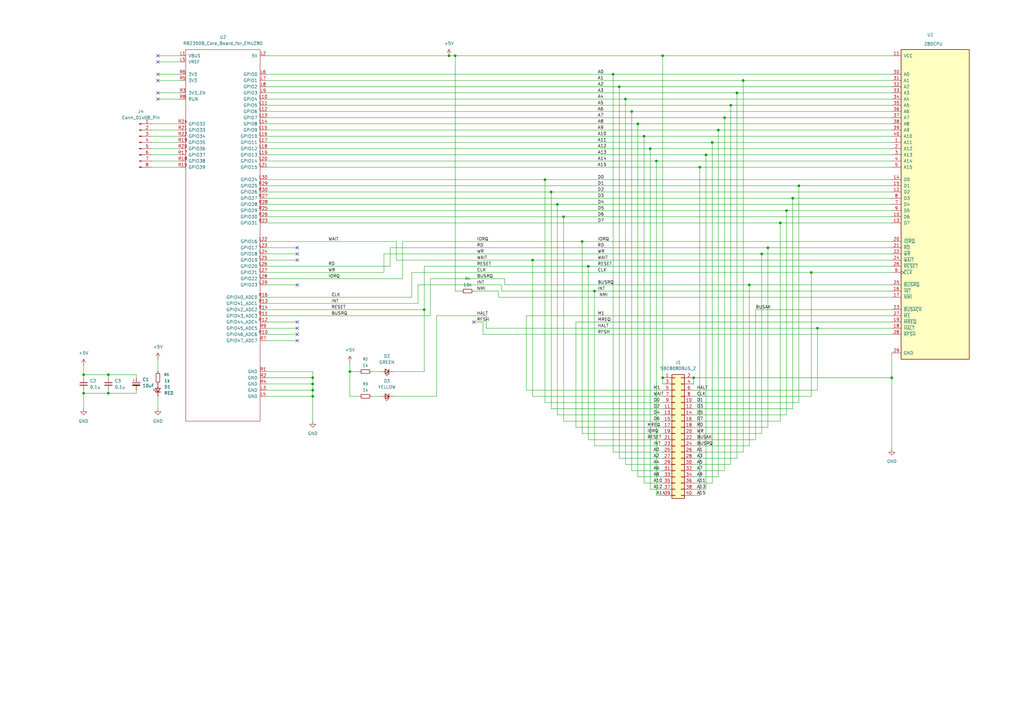
<source format=kicad_sch>
(kicad_sch (version 20250114) (generator "eeschema") (generator_version "9.0")
  (paper "A3")
  (title_block (title "EMUZ80_RP2350B") (rev "0.2"))
  (lib_symbols
    (symbol "Connector:Conn_01x08_Pin" (pin_names (offset 1.016) (hide yes))
      (property "Reference" "J" (at 0 10.16 0))
      (property "Value" "Conn_01x08_Pin" (at 0 -12.7 0))
      (symbol "Conn_01x08_Pin_1_1"
        (rectangle (start 0.8636 7.747) (end 0 7.493) (stroke (width 0.1524)) (fill (type outline)))
        (rectangle (start 0.8636 5.207) (end 0 4.953) (stroke (width 0.1524)) (fill (type outline)))
        (rectangle (start 0.8636 2.667) (end 0 2.413) (stroke (width 0.1524)) (fill (type outline)))
        (rectangle (start 0.8636 0.127) (end 0 -0.127) (stroke (width 0.1524)) (fill (type outline)))
        (rectangle (start 0.8636 -2.413) (end 0 -2.667) (stroke (width 0.1524)) (fill (type outline)))
        (rectangle (start 0.8636 -4.953) (end 0 -5.207) (stroke (width 0.1524)) (fill (type outline)))
        (rectangle (start 0.8636 -7.493) (end 0 -7.747) (stroke (width 0.1524)) (fill (type outline)))
        (rectangle (start 0.8636 -10.033) (end 0 -10.287) (stroke (width 0.1524)) (fill (type outline)))
        (polyline (pts (xy 1.27 7.62) (xy 0.8636 7.62)) (stroke (width 0.1524)))
        (polyline (pts (xy 1.27 5.08) (xy 0.8636 5.08)) (stroke (width 0.1524)))
        (polyline (pts (xy 1.27 2.54) (xy 0.8636 2.54)) (stroke (width 0.1524)))
        (polyline (pts (xy 1.27 0) (xy 0.8636 0)) (stroke (width 0.1524)))
        (polyline (pts (xy 1.27 -2.54) (xy 0.8636 -2.54)) (stroke (width 0.1524)))
        (polyline (pts (xy 1.27 -5.08) (xy 0.8636 -5.08)) (stroke (width 0.1524)))
        (polyline (pts (xy 1.27 -7.62) (xy 0.8636 -7.62)) (stroke (width 0.1524)))
        (polyline (pts (xy 1.27 -10.16) (xy 0.8636 -10.16)) (stroke (width 0.1524)))
        (pin passive line (at 5.08 7.62 180) (length 3.81) (name "Pin_1") (number "1"))
        (pin passive line (at 5.08 5.08 180) (length 3.81) (name "Pin_2") (number "2"))
        (pin passive line (at 5.08 2.54 180) (length 3.81) (name "Pin_3") (number "3"))
        (pin passive line (at 5.08 0 180) (length 3.81) (name "Pin_4") (number "4"))
        (pin passive line (at 5.08 -2.54 180) (length 3.81) (name "Pin_5") (number "5"))
        (pin passive line (at 5.08 -5.08 180) (length 3.81) (name "Pin_6") (number "6"))
        (pin passive line (at 5.08 -7.62 180) (length 3.81) (name "Pin_7") (number "7"))
        (pin passive line (at 5.08 -10.16 180) (length 3.81) (name "Pin_8") (number "8"))
      )
    )
    (symbol "Device:C_Polarized_Small" (pin_numbers (hide yes)) (pin_names (offset 0.254) (hide yes))
      (property "Reference" "C" (at 0.254 1.778 0))
      (property "Value" "C_Polarized_Small" (at 0.254 -2.032 0))
      (symbol "C_Polarized_Small_0_1"
        (rectangle (start -1.524 0.6858) (end 1.524 0.3048))
        (rectangle (start -1.524 -0.3048) (end 1.524 -0.6858) (fill (type outline)))
        (polyline (pts (xy -1.27 1.524) (xy -0.762 1.524)))
        (polyline (pts (xy -1.016 1.27) (xy -1.016 1.778)))
      )
      (symbol "C_Polarized_Small_1_1"
        (pin passive line (at 0 2.54 270) (length 1.8542) (name "~") (number "1"))
        (pin passive line (at 0 -2.54 90) (length 1.8542) (name "~") (number "2"))
      )
    )
    (symbol "Device:C_Small" (pin_numbers (hide yes)) (pin_names (offset 0.254) (hide yes))
      (property "Reference" "C" (at 0.254 1.778 0))
      (property "Value" "C_Small" (at 0.254 -2.032 0))
      (symbol "C_Small_0_1"
        (polyline (pts (xy -1.524 0.508) (xy 1.524 0.508)) (stroke (width 0.3048)))
        (polyline (pts (xy -1.524 -0.508) (xy 1.524 -0.508)) (stroke (width 0.3302)))
      )
      (symbol "C_Small_1_1"
        (pin passive line (at 0 2.54 270) (length 2.032) (name "~") (number "1"))
        (pin passive line (at 0 -2.54 90) (length 2.032) (name "~") (number "2"))
      )
    )
    (symbol "local:LED_Small" (pin_numbers (hide yes)) (pin_names (offset 0.254) (hide yes))
      (property "Reference" "D" (at -1.27 3.175 0))
      (property "Value" "LED_Small" (at -4.445 -2.54 0))
      (symbol "LED_Small_0_1"
        (polyline (pts (xy -0.762 -1.016) (xy -0.762 1.016)) (stroke (width 0.254)))
        (polyline (pts (xy 0 0.762) (xy -0.508 1.27) (xy -0.254 1.27) (xy -0.508 1.27) (xy -0.508 1.016)))
        (polyline (pts (xy 0.508 1.27) (xy 0 1.778) (xy 0.254 1.778) (xy 0 1.778) (xy 0 1.524)))
        (polyline (pts (xy 0.762 -1.016) (xy -0.762 0) (xy 0.762 1.016) (xy 0.762 -1.016)) (stroke (width 0.254)))
        (polyline (pts (xy 1.016 0) (xy -0.762 0)))
      )
      (symbol "LED_Small_1_1"
        (pin passive line (at -2.54 0 0) (length 1.778) (name "K") (number "1"))
        (pin passive line (at 2.54 0 180) (length 1.778) (name "A") (number "2"))
      )
    )
    (symbol "local:RB2350B_Core_Board_for_EMUZ80" (pin_names (offset 1.016))
      (property "Reference" "U" (at -1.27 77.47 0))
      (property "Value" "RB2350B_Core_Board_for_EMUZ80" (at 7.62 69.85 0))
      (symbol "RB2350B_Core_Board_for_EMUZ80_0_1"
        (rectangle (start -15.24 76.2) (end 15.24 -76.2))
      )
      (symbol "RB2350B_Core_Board_for_EMUZ80_1_1"
        (pin power_out line (at -17.78 73.66 0) (length 2.54) (name "VBUS") (number "L1"))
        (pin input line (at -17.78 71.12 0) (length 2.54) (name "VREF") (number "L5"))
        (pin power_out line (at -17.78 66.04 0) (length 2.54) (name "3V3") (number "R6"))
        (pin power_out line (at -17.78 63.5 0) (length 2.54) (name "3V3") (number "R5"))
        (pin input line (at -17.78 58.42 0) (length 2.54) (name "3V3_EN") (number "R3"))
        (pin bidirectional line (at -17.78 55.88 0) (length 2.54) (name "RUN") (number "R8"))
        (pin bidirectional line (at -17.78 45.72 0) (length 2.54) (name "GPIO32") (number "R24"))
        (pin bidirectional line (at -17.78 43.18 0) (length 2.54) (name "GPIO33") (number "R21"))
        (pin bidirectional line (at -17.78 40.64 0) (length 2.54) (name "GPIO34") (number "R22"))
        (pin bidirectional line (at -17.78 38.1 0) (length 2.54) (name "GPIO35") (number "R19"))
        (pin bidirectional line (at -17.78 35.56 0) (length 2.54) (name "GPIO36") (number "R20"))
        (pin bidirectional line (at -17.78 33.02 0) (length 2.54) (name "GPIO37") (number "R17"))
        (pin bidirectional line (at -17.78 30.48 0) (length 2.54) (name "GPIO38") (number "R18"))
        (pin bidirectional line (at -17.78 27.94 0) (length 2.54) (name "GPIO39") (number "R15"))
        (pin power_out line (at 17.78 73.66 180) (length 2.54) (name "5V") (number "L2"))
        (pin bidirectional line (at 17.78 66.04 180) (length 2.54) (name "GPIO0") (number "L6"))
        (pin bidirectional line (at 17.78 63.5 180) (length 2.54) (name "GPIO1") (number "L7"))
        (pin bidirectional line (at 17.78 60.96 180) (length 2.54) (name "GPIO2") (number "L8"))
        (pin bidirectional line (at 17.78 58.42 180) (length 2.54) (name "GPIO3") (number "L9"))
        (pin bidirectional line (at 17.78 55.88 180) (length 2.54) (name "GPIO4") (number "L10"))
        (pin bidirectional line (at 17.78 53.34 180) (length 2.54) (name "GPIO5") (number "L11"))
        (pin bidirectional line (at 17.78 50.8 180) (length 2.54) (name "GPIO6") (number "L12"))
        (pin bidirectional line (at 17.78 48.26 180) (length 2.54) (name "GPIO7") (number "L13"))
        (pin bidirectional line (at 17.78 45.72 180) (length 2.54) (name "GPIO8") (number "L14"))
        (pin bidirectional line (at 17.78 43.18 180) (length 2.54) (name "GPIO9") (number "L15"))
        (pin bidirectional line (at 17.78 40.64 180) (length 2.54) (name "GPIO10") (number "L16"))
        (pin bidirectional line (at 17.78 38.1 180) (length 2.54) (name "GPIO11") (number "L17"))
        (pin bidirectional line (at 17.78 35.56 180) (length 2.54) (name "GPIO12") (number "L18"))
        (pin bidirectional line (at 17.78 33.02 180) (length 2.54) (name "GPIO13") (number "L19"))
        (pin bidirectional line (at 17.78 30.48 180) (length 2.54) (name "GPIO14") (number "L20"))
        (pin bidirectional line (at 17.78 27.94 180) (length 2.54) (name "GPIO15") (number "L21"))
        (pin bidirectional line (at 17.78 22.86 180) (length 2.54) (name "GPIO24") (number "L30"))
        (pin bidirectional line (at 17.78 20.32 180) (length 2.54) (name "GPIO25") (number "R29"))
        (pin bidirectional line (at 17.78 17.78 180) (length 2.54) (name "GPIO26") (number "R30"))
        (pin bidirectional line (at 17.78 15.24 180) (length 2.54) (name "GPIO27") (number "R27"))
        (pin bidirectional line (at 17.78 12.7 180) (length 2.54) (name "GPIO28") (number "R28"))
        (pin bidirectional line (at 17.78 10.16 180) (length 2.54) (name "GPIO29") (number "R25"))
        (pin bidirectional line (at 17.78 7.62 180) (length 2.54) (name "GPIO30") (number "R26"))
        (pin bidirectional line (at 17.78 5.08 180) (length 2.54) (name "GPIO31") (number "R23"))
        (pin bidirectional line (at 17.78 -2.54 180) (length 2.54) (name "GPIO16") (number "L22"))
        (pin bidirectional line (at 17.78 -5.08 180) (length 2.54) (name "GPIO17") (number "L23"))
        (pin bidirectional line (at 17.78 -7.62 180) (length 2.54) (name "GPIO18") (number "L24"))
        (pin bidirectional line (at 17.78 -10.16 180) (length 2.54) (name "GPIO19") (number "L25"))
        (pin bidirectional line (at 17.78 -12.7 180) (length 2.54) (name "GPIO20") (number "L26"))
        (pin bidirectional line (at 17.78 -15.24 180) (length 2.54) (name "GPIO21") (number "L27"))
        (pin bidirectional line (at 17.78 -17.78 180) (length 2.54) (name "GPIO22") (number "L28"))
        (pin bidirectional line (at 17.78 -20.32 180) (length 2.54) (name "GPIO23") (number "L29"))
        (pin bidirectional line (at 17.78 -25.4 180) (length 2.54) (name "GPIO40_ADC0") (number "R16"))
        (pin bidirectional line (at 17.78 -27.94 180) (length 2.54) (name "GPIO41_ADC1") (number "R13"))
        (pin bidirectional line (at 17.78 -30.48 180) (length 2.54) (name "GPIO42_ADC2") (number "R14"))
        (pin bidirectional line (at 17.78 -33.02 180) (length 2.54) (name "GPIO43_ADC3") (number "R11"))
        (pin bidirectional line (at 17.78 -35.56 180) (length 2.54) (name "GPIO44_ADC4") (number "R12"))
        (pin bidirectional line (at 17.78 -38.1 180) (length 2.54) (name "GPIO45_ADC5") (number "R9"))
        (pin bidirectional line (at 17.78 -40.64 180) (length 2.54) (name "GPIO46_ADC6") (number "R10"))
        (pin bidirectional line (at 17.78 -43.18 180) (length 2.54) (name "GPIO47_ADC7") (number "R7"))
        (pin power_in line (at 17.78 -55.88 180) (length 2.54) (name "GND") (number "R1"))
        (pin power_in line (at 17.78 -58.42 180) (length 2.54) (name "GND") (number "R2"))
        (pin power_in line (at 17.78 -60.96 180) (length 2.54) (name "GND") (number "R4"))
        (pin power_out line (at 17.78 -63.5 180) (length 2.54) (name "GND") (number "L3"))
        (pin power_in line (at 17.78 -66.04 180) (length 2.54) (name "GND") (number "L4"))
      )
    )
    (symbol "local:R_Small" (pin_numbers (hide yes)) (pin_names (offset 0.254) (hide yes))
      (property "Reference" "R" (at 0 0 90))
      (property "Value" "R_Small" (at 1.778 0 90))
      (symbol "R_Small_0_1"
        (rectangle (start -0.762 1.778) (end 0.762 -1.778) (stroke (width 0.2032)))
      )
      (symbol "R_Small_1_1"
        (pin passive line (at 0 2.54 270) (length 0.762) (name "~") (number "1"))
        (pin passive line (at 0 -2.54 90) (length 0.762) (name "~") (number "2"))
      )
    )
    (symbol "local:SBC8080BUS_2" (pin_names (offset 1.016) (hide yes))
      (property "Reference" "J" (at 1.27 25.4 0))
      (property "Value" "SBC8080BUS_2" (at 1.27 -27.94 0))
      (symbol "SBC8080BUS_2_1_1"
        (rectangle (start -1.27 24.13) (end 3.81 -26.67) (stroke (width 0.254)) (fill (type background)))
        (rectangle (start -1.27 22.987) (end 0 22.733) (stroke (width 0.1524)))
        (rectangle (start -1.27 20.447) (end 0 20.193) (stroke (width 0.1524)))
        (rectangle (start -1.27 17.907) (end 0 17.653) (stroke (width 0.1524)))
        (rectangle (start -1.27 15.367) (end 0 15.113) (stroke (width 0.1524)))
        (rectangle (start -1.27 12.827) (end 0 12.573) (stroke (width 0.1524)))
        (rectangle (start -1.27 10.287) (end 0 10.033) (stroke (width 0.1524)))
        (rectangle (start -1.27 7.747) (end 0 7.493) (stroke (width 0.1524)))
        (rectangle (start -1.27 5.207) (end 0 4.953) (stroke (width 0.1524)))
        (rectangle (start -1.27 2.667) (end 0 2.413) (stroke (width 0.1524)))
        (rectangle (start -1.27 0.127) (end 0 -0.127) (stroke (width 0.1524)))
        (rectangle (start -1.27 -2.413) (end 0 -2.667) (stroke (width 0.1524)))
        (rectangle (start -1.27 -4.953) (end 0 -5.207) (stroke (width 0.1524)))
        (rectangle (start -1.27 -7.493) (end 0 -7.747) (stroke (width 0.1524)))
        (rectangle (start -1.27 -10.033) (end 0 -10.287) (stroke (width 0.1524)))
        (rectangle (start -1.27 -12.573) (end 0 -12.827) (stroke (width 0.1524)))
        (rectangle (start -1.27 -15.113) (end 0 -15.367) (stroke (width 0.1524)))
        (rectangle (start -1.27 -17.653) (end 0 -17.907) (stroke (width 0.1524)))
        (rectangle (start -1.27 -20.193) (end 0 -20.447) (stroke (width 0.1524)))
        (rectangle (start -1.27 -22.733) (end 0 -22.987) (stroke (width 0.1524)))
        (rectangle (start -1.27 -25.273) (end 0 -25.527) (stroke (width 0.1524)))
        (rectangle (start 3.81 22.987) (end 2.54 22.733) (stroke (width 0.1524)))
        (rectangle (start 3.81 20.447) (end 2.54 20.193) (stroke (width 0.1524)))
        (rectangle (start 3.81 17.907) (end 2.54 17.653) (stroke (width 0.1524)))
        (rectangle (start 3.81 15.367) (end 2.54 15.113) (stroke (width 0.1524)))
        (rectangle (start 3.81 12.827) (end 2.54 12.573) (stroke (width 0.1524)))
        (rectangle (start 3.81 10.287) (end 2.54 10.033) (stroke (width 0.1524)))
        (rectangle (start 3.81 7.747) (end 2.54 7.493) (stroke (width 0.1524)))
        (rectangle (start 3.81 5.207) (end 2.54 4.953) (stroke (width 0.1524)))
        (rectangle (start 3.81 2.667) (end 2.54 2.413) (stroke (width 0.1524)))
        (rectangle (start 3.81 0.127) (end 2.54 -0.127) (stroke (width 0.1524)))
        (rectangle (start 3.81 -2.413) (end 2.54 -2.667) (stroke (width 0.1524)))
        (rectangle (start 3.81 -4.953) (end 2.54 -5.207) (stroke (width 0.1524)))
        (rectangle (start 3.81 -7.493) (end 2.54 -7.747) (stroke (width 0.1524)))
        (rectangle (start 3.81 -10.033) (end 2.54 -10.287) (stroke (width 0.1524)))
        (rectangle (start 3.81 -12.573) (end 2.54 -12.827) (stroke (width 0.1524)))
        (rectangle (start 3.81 -15.113) (end 2.54 -15.367) (stroke (width 0.1524)))
        (rectangle (start 3.81 -17.653) (end 2.54 -17.907) (stroke (width 0.1524)))
        (rectangle (start 3.81 -20.193) (end 2.54 -20.447) (stroke (width 0.1524)))
        (rectangle (start 3.81 -22.733) (end 2.54 -22.987) (stroke (width 0.1524)))
        (rectangle (start 3.81 -25.273) (end 2.54 -25.527) (stroke (width 0.1524)))
        (pin power_in line (at -5.08 22.86 0) (length 3.81) (name "5V") (number "1"))
        (pin power_in line (at -5.08 20.32 0) (length 3.81) (name "5V") (number "3"))
        (pin input line (at -5.08 17.78 0) (length 3.81) (name "M1") (number "5"))
        (pin input line (at -5.08 15.24 0) (length 3.81) (name "WAIT") (number "7"))
        (pin bidirectional line (at -5.08 12.7 0) (length 3.81) (name "D0") (number "9"))
        (pin bidirectional line (at -5.08 10.16 0) (length 3.81) (name "D2") (number "11"))
        (pin bidirectional line (at -5.08 7.62 0) (length 3.81) (name "D4") (number "13"))
        (pin bidirectional line (at -5.08 5.08 0) (length 3.81) (name "D6") (number "15"))
        (pin input line (at -5.08 2.54 0) (length 3.81) (name "MREQ") (number "17"))
        (pin input line (at -5.08 0 0) (length 3.81) (name "IORQ") (number "19"))
        (pin input line (at -5.08 -2.54 0) (length 3.81) (name "RESET") (number "21"))
        (pin input line (at -5.08 -5.08 0) (length 3.81) (name "INT") (number "23"))
        (pin bidirectional line (at -5.08 -7.62 0) (length 3.81) (name "A0") (number "25"))
        (pin bidirectional line (at -5.08 -10.16 0) (length 3.81) (name "A2") (number "27"))
        (pin bidirectional line (at -5.08 -12.7 0) (length 3.81) (name "A4") (number "29"))
        (pin bidirectional line (at -5.08 -15.24 0) (length 3.81) (name "A6") (number "31"))
        (pin bidirectional line (at -5.08 -17.78 0) (length 3.81) (name "A8") (number "33"))
        (pin bidirectional line (at -5.08 -20.32 0) (length 3.81) (name "A10") (number "35"))
        (pin bidirectional line (at -5.08 -22.86 0) (length 3.81) (name "A12") (number "37"))
        (pin bidirectional line (at -5.08 -25.4 0) (length 3.81) (name "A14") (number "39"))
        (pin power_in line (at 7.62 22.86 180) (length 3.81) (name "GND") (number "2"))
        (pin power_in line (at 7.62 20.32 180) (length 3.81) (name "GND") (number "4"))
        (pin input line (at 7.62 17.78 180) (length 3.81) (name "NC") (number "6"))
        (pin input line (at 7.62 15.24 180) (length 3.81) (name "CLK") (number "8"))
        (pin bidirectional line (at 7.62 12.7 180) (length 3.81) (name "D1") (number "10"))
        (pin bidirectional line (at 7.62 10.16 180) (length 3.81) (name "D3") (number "12"))
        (pin bidirectional line (at 7.62 7.62 180) (length 3.81) (name "D5") (number "14"))
        (pin bidirectional line (at 7.62 5.08 180) (length 3.81) (name "D7") (number "16"))
        (pin input line (at 7.62 2.54 180) (length 3.81) (name "RD") (number "18"))
        (pin input line (at 7.62 0 180) (length 3.81) (name "WR") (number "20"))
        (pin input line (at 7.62 -2.54 180) (length 3.81) (name "BUSAK") (number "22"))
        (pin input line (at 7.62 -5.08 180) (length 3.81) (name "BUSRQ") (number "24"))
        (pin bidirectional line (at 7.62 -7.62 180) (length 3.81) (name "A1") (number "26"))
        (pin bidirectional line (at 7.62 -10.16 180) (length 3.81) (name "A3") (number "28"))
        (pin bidirectional line (at 7.62 -12.7 180) (length 3.81) (name "A5") (number "30"))
        (pin bidirectional line (at 7.62 -15.24 180) (length 3.81) (name "A7") (number "32"))
        (pin bidirectional line (at 7.62 -17.78 180) (length 3.81) (name "A9") (number "34"))
        (pin bidirectional line (at 7.62 -20.32 180) (length 3.81) (name "A11") (number "36"))
        (pin bidirectional line (at 7.62 -22.86 180) (length 3.81) (name "A13") (number "38"))
        (pin bidirectional line (at 7.62 -25.4 180) (length 3.81) (name "A15") (number "40"))
      )
    )
    (symbol "local:Z80CPU_OneSide" (pin_names (offset 1.016))
      (property "Reference" "U" (at 4.064 57.912 0))
      (property "Value" "Z80CPU" (at 2.54 60.96 0))
      (symbol "Z80CPU_OneSide_0_1"
        (rectangle (start -13.97 63.5) (end 13.97 -63.5) (stroke (width 0.254)) (fill (type background)))
      )
      (symbol "Z80CPU_OneSide_1_1"
        (pin power_in line (at -17.78 60.96 0) (length 3.81) (name "VCC") (number "11"))
        (pin output line (at -17.78 53.34 0) (length 3.81) (name "A0") (number "30"))
        (pin output line (at -17.78 50.8 0) (length 3.81) (name "A1") (number "31"))
        (pin output line (at -17.78 48.26 0) (length 3.81) (name "A2") (number "32"))
        (pin output line (at -17.78 45.72 0) (length 3.81) (name "A3") (number "33"))
        (pin output line (at -17.78 43.18 0) (length 3.81) (name "A4") (number "34"))
        (pin output line (at -17.78 40.64 0) (length 3.81) (name "A5") (number "35"))
        (pin output line (at -17.78 38.1 0) (length 3.81) (name "A6") (number "36"))
        (pin output line (at -17.78 35.56 0) (length 3.81) (name "A7") (number "37"))
        (pin output line (at -17.78 33.02 0) (length 3.81) (name "A8") (number "38"))
        (pin output line (at -17.78 30.48 0) (length 3.81) (name "A9") (number "39"))
        (pin output line (at -17.78 27.94 0) (length 3.81) (name "A10") (number "40"))
        (pin output line (at -17.78 25.4 0) (length 3.81) (name "A11") (number "1"))
        (pin output line (at -17.78 22.86 0) (length 3.81) (name "A12") (number "2"))
        (pin output line (at -17.78 20.32 0) (length 3.81) (name "A13") (number "3"))
        (pin output line (at -17.78 17.78 0) (length 3.81) (name "A14") (number "4"))
        (pin output line (at -17.78 15.24 0) (length 3.81) (name "A15") (number "5"))
        (pin bidirectional line (at -17.78 10.16 0) (length 3.81) (name "D0") (number "14"))
        (pin bidirectional line (at -17.78 7.62 0) (length 3.81) (name "D1") (number "15"))
        (pin bidirectional line (at -17.78 5.08 0) (length 3.81) (name "D2") (number "12"))
        (pin bidirectional line (at -17.78 2.54 0) (length 3.81) (name "D3") (number "8"))
        (pin bidirectional line (at -17.78 0 0) (length 3.81) (name "D4") (number "7"))
        (pin bidirectional line (at -17.78 -2.54 0) (length 3.81) (name "D5") (number "9"))
        (pin bidirectional line (at -17.78 -5.08 0) (length 3.81) (name "D6") (number "10"))
        (pin bidirectional line (at -17.78 -7.62 0) (length 3.81) (name "D7") (number "13"))
        (pin output line (at -17.78 -15.24 0) (length 3.81) (name "~{IORQ}") (number "20"))
        (pin output line (at -17.78 -17.78 0) (length 3.81) (name "~{RD}") (number "21"))
        (pin output line (at -17.78 -20.32 0) (length 3.81) (name "~{WR}") (number "22"))
        (pin input line (at -17.78 -22.86 0) (length 3.81) (name "~{WAIT}") (number "24"))
        (pin input line (at -17.78 -25.4 0) (length 3.81) (name "~{RESET}") (number "26"))
        (pin input clock (at -17.78 -27.94 0) (length 3.81) (name "~{CLK}") (number "6"))
        (pin input line (at -17.78 -33.02 0) (length 3.81) (name "~{BUSRQ}") (number "25"))
        (pin input line (at -17.78 -35.56 0) (length 3.81) (name "~{INT}") (number "16"))
        (pin input line (at -17.78 -38.1 0) (length 3.81) (name "~{NMI}") (number "17"))
        (pin output line (at -17.78 -43.18 0) (length 3.81) (name "~{BUSACK}") (number "23"))
        (pin output line (at -17.78 -45.72 0) (length 3.81) (name "~{M1}") (number "27"))
        (pin output line (at -17.78 -48.26 0) (length 3.81) (name "~{MREQ}") (number "19"))
        (pin output line (at -17.78 -50.8 0) (length 3.81) (name "~{HALT}") (number "18"))
        (pin output line (at -17.78 -53.34 0) (length 3.81) (name "~{RFSH}") (number "28"))
        (pin power_in line (at -17.78 -60.96 0) (length 3.81) (name "GND") (number "29"))
      )
    )
    (symbol "power:+5V" (power) (pin_numbers (hide yes)) (pin_names (offset 0) (hide yes))
      (property "Value" "+5V" (at 0 3.556 0))
      (symbol "+5V_0_1"
        (polyline (pts (xy -0.762 1.27) (xy 0 2.54)))
        (polyline (pts (xy 0 2.54) (xy 0.762 1.27)))
        (polyline (pts (xy 0 0) (xy 0 2.54)))
      )
      (symbol "+5V_1_1"
        (pin power_in line (at 0 0 90) (length 0) (name "~") (number "1"))
      )
    )
    (symbol "power:GND" (power) (pin_numbers (hide yes)) (pin_names (offset 0) (hide yes))
      (property "Value" "GND" (at 0 -3.81 0))
      (symbol "GND_0_1"
        (polyline (pts (xy 0 0) (xy 0 -1.27) (xy 1.27 -1.27) (xy 0 -2.54) (xy -1.27 -1.27) (xy 0 -1.27)))
      )
      (symbol "GND_1_1"
        (pin power_in line (at 0 0 270) (length 0) (name "~") (number "1"))
      )
    )
  )
  (junction (at 284.48 154.94))
  (junction (at 271.78 154.94))
  (junction (at 304.8 33.02))
  (junction (at 186.69 22.86))
  (junction (at 184.15 22.86))
  (junction (at 254 35.56))
  (junction (at 223.52 73.66))
  (junction (at 231.14 88.9))
  (junction (at 322.58 86.36))
  (junction (at 292.1 58.42))
  (junction (at 325.12 81.28))
  (junction (at 238.76 99.06))
  (junction (at 266.7 60.96))
  (junction (at 243.84 119.38))
  (junction (at 302.26 38.1))
  (junction (at 251.46 30.48))
  (junction (at 241.3 109.22))
  (junction (at 271.78 22.86))
  (junction (at 312.42 104.14))
  (junction (at 299.72 43.18))
  (junction (at 307.34 116.84))
  (junction (at 173.99 127))
  (junction (at 256.54 40.64))
  (junction (at 143.51 152.4))
  (junction (at 327.66 76.2))
  (junction (at 128.27 157.48))
  (junction (at 335.28 134.62))
  (junction (at 314.96 101.6))
  (junction (at 218.44 106.68))
  (junction (at 228.6 83.82))
  (junction (at 287.02 68.58))
  (junction (at 261.62 50.8))
  (junction (at 226.06 78.74))
  (junction (at 128.27 162.56))
  (junction (at 297.18 48.26))
  (junction (at 128.27 154.94))
  (junction (at 34.29 153.67))
  (junction (at 128.27 160.02))
  (junction (at 259.08 45.72))
  (junction (at 365.76 154.94))
  (junction (at 44.45 161.29))
  (junction (at 44.45 153.67))
  (junction (at 289.56 63.5))
  (junction (at 332.74 111.76))
  (junction (at 34.29 161.29))
  (junction (at 320.04 91.44))
  (junction (at 264.16 55.88))
  (junction (at 269.24 66.04))
  (junction (at 294.64 53.34))
  (no_connect (at 121.92 104.14))
  (no_connect (at 121.92 106.68))
  (no_connect (at 121.92 139.7))
  (no_connect (at 121.92 101.6))
  (no_connect (at 64.77 22.86))
  (no_connect (at 121.92 137.16))
  (no_connect (at 64.77 38.1))
  (no_connect (at 64.77 30.48))
  (no_connect (at 64.77 40.64))
  (no_connect (at 121.92 132.08))
  (no_connect (at 64.77 33.02))
  (no_connect (at 64.77 25.4))
  (no_connect (at 121.92 134.62))
  (no_connect (at 194.31 132.08))
  (no_connect (at 121.92 116.84))
  (wire (pts (xy 109.22 88.9) (xy 231.14 88.9)))
  (wire (pts (xy 297.18 48.26) (xy 365.76 48.26)))
  (wire (pts (xy 269.24 66.04) (xy 365.76 66.04)))
  (wire (pts (xy 128.27 157.48) (xy 128.27 154.94)))
  (wire (pts (xy 307.34 116.84) (xy 365.76 116.84)))
  (wire (pts (xy 165.1 114.3) (xy 165.1 99.06)))
  (wire (pts (xy 64.77 30.48) (xy 73.66 30.48)))
  (wire (pts (xy 266.7 60.96) (xy 365.76 60.96)))
  (wire (pts (xy 269.24 203.2) (xy 269.24 66.04)))
  (wire (pts (xy 128.27 152.4) (xy 128.27 154.94)))
  (wire (pts (xy 218.44 162.56) (xy 218.44 106.68)))
  (wire (pts (xy 223.52 73.66) (xy 365.76 73.66)))
  (wire (pts (xy 284.48 193.04) (xy 297.18 193.04)))
  (wire (pts (xy 64.77 162.56) (xy 64.77 167.64)))
  (wire (pts (xy 284.48 182.88) (xy 307.34 182.88)))
  (wire (pts (xy 266.7 200.66) (xy 271.78 200.66)))
  (wire (pts (xy 109.22 91.44) (xy 320.04 91.44)))
  (wire (pts (xy 207.01 114.3) (xy 207.01 116.84)))
  (wire (pts (xy 256.54 40.64) (xy 365.76 40.64)))
  (wire (pts (xy 271.78 22.86) (xy 365.76 22.86)))
  (wire (pts (xy 284.48 175.26) (xy 314.96 175.26)))
  (wire (pts (xy 284.48 200.66) (xy 289.56 200.66)))
  (wire (pts (xy 215.9 129.54) (xy 365.76 129.54)))
  (wire (pts (xy 109.22 106.68) (xy 121.92 106.68)))
  (wire (pts (xy 109.22 76.2) (xy 327.66 76.2)))
  (wire (pts (xy 173.99 152.4) (xy 173.99 127)))
  (wire (pts (xy 307.34 182.88) (xy 307.34 116.84)))
  (wire (pts (xy 256.54 190.5) (xy 271.78 190.5)))
  (wire (pts (xy 62.23 66.04) (xy 73.66 66.04)))
  (wire (pts (xy 365.76 144.78) (xy 365.76 154.94)))
  (wire (pts (xy 226.06 167.64) (xy 226.06 78.74)))
  (wire (pts (xy 284.48 162.56) (xy 332.74 162.56)))
  (wire (pts (xy 109.22 53.34) (xy 294.64 53.34)))
  (wire (pts (xy 109.22 73.66) (xy 223.52 73.66)))
  (wire (pts (xy 243.84 119.38) (xy 365.76 119.38)))
  (wire (pts (xy 251.46 185.42) (xy 251.46 30.48)))
  (wire (pts (xy 186.69 22.86) (xy 271.78 22.86)))
  (wire (pts (xy 261.62 50.8) (xy 365.76 50.8)))
  (wire (pts (xy 241.3 180.34) (xy 271.78 180.34)))
  (wire (pts (xy 302.26 38.1) (xy 365.76 38.1)))
  (wire (pts (xy 109.22 116.84) (xy 121.92 116.84)))
  (wire (pts (xy 259.08 45.72) (xy 365.76 45.72)))
  (wire (pts (xy 314.96 101.6) (xy 365.76 101.6)))
  (wire (pts (xy 194.31 119.38) (xy 204.47 119.38)))
  (wire (pts (xy 284.48 185.42) (xy 304.8 185.42)))
  (wire (pts (xy 109.22 78.74) (xy 226.06 78.74)))
  (wire (pts (xy 261.62 195.58) (xy 261.62 50.8)))
  (wire (pts (xy 44.45 153.67) (xy 55.88 153.67)))
  (wire (pts (xy 109.22 111.76) (xy 157.48 111.76)))
  (wire (pts (xy 218.44 162.56) (xy 271.78 162.56)))
  (wire (pts (xy 271.78 154.94) (xy 271.78 157.48)))
  (wire (pts (xy 176.53 114.3) (xy 207.01 114.3)))
  (wire (pts (xy 143.51 152.4) (xy 143.51 162.56)))
  (wire (pts (xy 199.39 134.62) (xy 335.28 134.62)))
  (wire (pts (xy 320.04 91.44) (xy 365.76 91.44)))
  (wire (pts (xy 176.53 129.54) (xy 176.53 114.3)))
  (wire (pts (xy 109.22 38.1) (xy 302.26 38.1)))
  (wire (pts (xy 109.22 43.18) (xy 299.72 43.18)))
  (wire (pts (xy 109.22 55.88) (xy 264.16 55.88)))
  (wire (pts (xy 231.14 88.9) (xy 365.76 88.9)))
  (wire (pts (xy 304.8 185.42) (xy 304.8 33.02)))
  (wire (pts (xy 238.76 177.8) (xy 271.78 177.8)))
  (wire (pts (xy 259.08 193.04) (xy 259.08 45.72)))
  (wire (pts (xy 335.28 160.02) (xy 335.28 134.62)))
  (wire (pts (xy 109.22 58.42) (xy 292.1 58.42)))
  (wire (pts (xy 161.29 152.4) (xy 173.99 152.4)))
  (wire (pts (xy 109.22 66.04) (xy 269.24 66.04)))
  (wire (pts (xy 335.28 134.62) (xy 365.76 134.62)))
  (wire (pts (xy 284.48 190.5) (xy 299.72 190.5)))
  (wire (pts (xy 143.51 148.59) (xy 143.51 152.4)))
  (wire (pts (xy 109.22 63.5) (xy 289.56 63.5)))
  (wire (pts (xy 173.99 109.22) (xy 241.3 109.22)))
  (wire (pts (xy 109.22 162.56) (xy 128.27 162.56)))
  (wire (pts (xy 109.22 114.3) (xy 165.1 114.3)))
  (wire (pts (xy 284.48 198.12) (xy 292.1 198.12)))
  (wire (pts (xy 204.47 119.38) (xy 204.47 121.92)))
  (wire (pts (xy 299.72 190.5) (xy 299.72 43.18)))
  (wire (pts (xy 284.48 165.1) (xy 327.66 165.1)))
  (wire (pts (xy 314.96 175.26) (xy 314.96 101.6)))
  (wire (pts (xy 143.51 152.4) (xy 147.32 152.4)))
  (wire (pts (xy 128.27 162.56) (xy 128.27 172.72)))
  (wire (pts (xy 109.22 160.02) (xy 128.27 160.02)))
  (wire (pts (xy 251.46 185.42) (xy 271.78 185.42)))
  (wire (pts (xy 186.69 22.86) (xy 186.69 119.38)))
  (wire (pts (xy 109.22 60.96) (xy 266.7 60.96)))
  (wire (pts (xy 109.22 154.94) (xy 128.27 154.94)))
  (wire (pts (xy 284.48 177.8) (xy 312.42 177.8)))
  (wire (pts (xy 236.22 132.08) (xy 365.76 132.08)))
  (wire (pts (xy 109.22 81.28) (xy 325.12 81.28)))
  (wire (pts (xy 34.29 149.86) (xy 34.29 153.67)))
  (wire (pts (xy 236.22 175.26) (xy 236.22 132.08)))
  (wire (pts (xy 109.22 45.72) (xy 259.08 45.72)))
  (wire (pts (xy 64.77 40.64) (xy 73.66 40.64)))
  (wire (pts (xy 289.56 200.66) (xy 289.56 63.5)))
  (wire (pts (xy 44.45 161.29) (xy 55.88 161.29)))
  (wire (pts (xy 205.74 116.84) (xy 205.74 119.38)))
  (wire (pts (xy 264.16 198.12) (xy 264.16 55.88)))
  (wire (pts (xy 198.12 132.08) (xy 198.12 137.16)))
  (wire (pts (xy 243.84 182.88) (xy 243.84 119.38)))
  (wire (pts (xy 243.84 182.88) (xy 271.78 182.88)))
  (wire (pts (xy 109.22 121.92) (xy 168.91 121.92)))
  (wire (pts (xy 179.07 129.54) (xy 199.39 129.54)))
  (wire (pts (xy 294.64 53.34) (xy 365.76 53.34)))
  (wire (pts (xy 287.02 68.58) (xy 365.76 68.58)))
  (wire (pts (xy 228.6 170.18) (xy 271.78 170.18)))
  (wire (pts (xy 251.46 30.48) (xy 365.76 30.48)))
  (wire (pts (xy 284.48 187.96) (xy 302.26 187.96)))
  (wire (pts (xy 241.3 180.34) (xy 241.3 109.22)))
  (wire (pts (xy 64.77 38.1) (xy 73.66 38.1)))
  (wire (pts (xy 160.02 101.6) (xy 314.96 101.6)))
  (wire (pts (xy 215.9 160.02) (xy 215.9 129.54)))
  (wire (pts (xy 152.4 152.4) (xy 156.21 152.4)))
  (wire (pts (xy 109.22 40.64) (xy 256.54 40.64)))
  (wire (pts (xy 284.48 154.94) (xy 365.76 154.94)))
  (wire (pts (xy 128.27 162.56) (xy 128.27 160.02)))
  (wire (pts (xy 264.16 55.88) (xy 365.76 55.88)))
  (wire (pts (xy 128.27 160.02) (xy 128.27 157.48)))
  (wire (pts (xy 109.22 30.48) (xy 251.46 30.48)))
  (wire (pts (xy 226.06 167.64) (xy 271.78 167.64)))
  (wire (pts (xy 238.76 99.06) (xy 365.76 99.06)))
  (wire (pts (xy 223.52 165.1) (xy 271.78 165.1)))
  (wire (pts (xy 218.44 106.68) (xy 365.76 106.68)))
  (wire (pts (xy 109.22 104.14) (xy 121.92 104.14)))
  (wire (pts (xy 184.15 22.86) (xy 186.69 22.86)))
  (wire (pts (xy 62.23 63.5) (xy 73.66 63.5)))
  (wire (pts (xy 62.23 55.88) (xy 73.66 55.88)))
  (wire (pts (xy 322.58 86.36) (xy 365.76 86.36)))
  (wire (pts (xy 109.22 124.46) (xy 171.45 124.46)))
  (wire (pts (xy 312.42 104.14) (xy 365.76 104.14)))
  (wire (pts (xy 109.22 139.7) (xy 121.92 139.7)))
  (wire (pts (xy 309.88 127) (xy 365.76 127)))
  (wire (pts (xy 284.48 157.48) (xy 284.48 154.94)))
  (wire (pts (xy 266.7 200.66) (xy 266.7 60.96)))
  (wire (pts (xy 168.91 121.92) (xy 168.91 111.76)))
  (wire (pts (xy 162.56 106.68) (xy 218.44 106.68)))
  (wire (pts (xy 162.56 99.06) (xy 162.56 106.68)))
  (wire (pts (xy 109.22 157.48) (xy 128.27 157.48)))
  (wire (pts (xy 292.1 198.12) (xy 292.1 58.42)))
  (wire (pts (xy 284.48 170.18) (xy 322.58 170.18)))
  (wire (pts (xy 271.78 160.02) (xy 215.9 160.02)))
  (wire (pts (xy 327.66 76.2) (xy 365.76 76.2)))
  (wire (pts (xy 284.48 172.72) (xy 320.04 172.72)))
  (wire (pts (xy 109.22 33.02) (xy 304.8 33.02)))
  (wire (pts (xy 152.4 162.56) (xy 156.21 162.56)))
  (wire (pts (xy 34.29 153.67) (xy 44.45 153.67)))
  (wire (pts (xy 171.45 124.46) (xy 171.45 116.84)))
  (wire (pts (xy 309.88 180.34) (xy 309.88 127)))
  (wire (pts (xy 226.06 78.74) (xy 365.76 78.74)))
  (wire (pts (xy 228.6 83.82) (xy 365.76 83.82)))
  (wire (pts (xy 231.14 172.72) (xy 271.78 172.72)))
  (wire (pts (xy 109.22 137.16) (xy 121.92 137.16)))
  (wire (pts (xy 205.74 119.38) (xy 243.84 119.38)))
  (wire (pts (xy 241.3 109.22) (xy 365.76 109.22)))
  (wire (pts (xy 312.42 177.8) (xy 312.42 104.14)))
  (wire (pts (xy 109.22 132.08) (xy 121.92 132.08)))
  (wire (pts (xy 109.22 101.6) (xy 121.92 101.6)))
  (wire (pts (xy 157.48 111.76) (xy 157.48 104.14)))
  (wire (pts (xy 147.32 162.56) (xy 143.51 162.56)))
  (wire (pts (xy 292.1 58.42) (xy 365.76 58.42)))
  (wire (pts (xy 62.23 58.42) (xy 73.66 58.42)))
  (wire (pts (xy 325.12 81.28) (xy 365.76 81.28)))
  (wire (pts (xy 109.22 127) (xy 173.99 127)))
  (wire (pts (xy 34.29 161.29) (xy 44.45 161.29)))
  (wire (pts (xy 62.23 50.8) (xy 73.66 50.8)))
  (wire (pts (xy 223.52 165.1) (xy 223.52 73.66)))
  (wire (pts (xy 284.48 180.34) (xy 309.88 180.34)))
  (wire (pts (xy 34.29 153.67) (xy 34.29 154.94)))
  (wire (pts (xy 64.77 22.86) (xy 73.66 22.86)))
  (wire (pts (xy 62.23 60.96) (xy 73.66 60.96)))
  (wire (pts (xy 109.22 86.36) (xy 322.58 86.36)))
  (wire (pts (xy 327.66 165.1) (xy 327.66 76.2)))
  (wire (pts (xy 109.22 35.56) (xy 254 35.56)))
  (wire (pts (xy 204.47 121.92) (xy 365.76 121.92)))
  (wire (pts (xy 109.22 83.82) (xy 228.6 83.82)))
  (wire (pts (xy 264.16 198.12) (xy 271.78 198.12)))
  (wire (pts (xy 198.12 137.16) (xy 365.76 137.16)))
  (wire (pts (xy 34.29 161.29) (xy 34.29 167.64)))
  (wire (pts (xy 64.77 147.32) (xy 64.77 152.4)))
  (wire (pts (xy 254 187.96) (xy 271.78 187.96)))
  (wire (pts (xy 64.77 33.02) (xy 73.66 33.02)))
  (wire (pts (xy 259.08 193.04) (xy 271.78 193.04)))
  (wire (pts (xy 284.48 203.2) (xy 287.02 203.2)))
  (wire (pts (xy 62.23 68.58) (xy 73.66 68.58)))
  (wire (pts (xy 160.02 101.6) (xy 160.02 109.22)))
  (wire (pts (xy 297.18 193.04) (xy 297.18 48.26)))
  (wire (pts (xy 109.22 134.62) (xy 121.92 134.62)))
  (wire (pts (xy 304.8 33.02) (xy 365.76 33.02)))
  (wire (pts (xy 287.02 203.2) (xy 287.02 68.58)))
  (wire (pts (xy 238.76 177.8) (xy 238.76 99.06)))
  (wire (pts (xy 325.12 167.64) (xy 325.12 81.28)))
  (wire (pts (xy 165.1 99.06) (xy 238.76 99.06)))
  (wire (pts (xy 254 187.96) (xy 254 35.56)))
  (wire (pts (xy 189.23 119.38) (xy 186.69 119.38)))
  (wire (pts (xy 173.99 127) (xy 173.99 109.22)))
  (wire (pts (xy 109.22 109.22) (xy 160.02 109.22)))
  (wire (pts (xy 271.78 22.86) (xy 271.78 154.94)))
  (wire (pts (xy 284.48 160.02) (xy 335.28 160.02)))
  (wire (pts (xy 269.24 203.2) (xy 271.78 203.2)))
  (wire (pts (xy 168.91 111.76) (xy 332.74 111.76)))
  (wire (pts (xy 320.04 172.72) (xy 320.04 91.44)))
  (wire (pts (xy 236.22 175.26) (xy 271.78 175.26)))
  (wire (pts (xy 302.26 187.96) (xy 302.26 38.1)))
  (wire (pts (xy 231.14 172.72) (xy 231.14 88.9)))
  (wire (pts (xy 109.22 48.26) (xy 297.18 48.26)))
  (wire (pts (xy 55.88 161.29) (xy 55.88 160.02)))
  (wire (pts (xy 179.07 162.56) (xy 179.07 129.54)))
  (wire (pts (xy 171.45 116.84) (xy 205.74 116.84)))
  (wire (pts (xy 109.22 99.06) (xy 162.56 99.06)))
  (wire (pts (xy 322.58 170.18) (xy 322.58 86.36)))
  (wire (pts (xy 34.29 160.02) (xy 34.29 161.29)))
  (wire (pts (xy 109.22 152.4) (xy 128.27 152.4)))
  (wire (pts (xy 207.01 116.84) (xy 307.34 116.84)))
  (wire (pts (xy 284.48 167.64) (xy 325.12 167.64)))
  (wire (pts (xy 228.6 170.18) (xy 228.6 83.82)))
  (wire (pts (xy 44.45 160.02) (xy 44.45 161.29)))
  (wire (pts (xy 199.39 129.54) (xy 199.39 134.62)))
  (wire (pts (xy 294.64 195.58) (xy 294.64 53.34)))
  (wire (pts (xy 289.56 63.5) (xy 365.76 63.5)))
  (wire (pts (xy 332.74 162.56) (xy 332.74 111.76)))
  (wire (pts (xy 62.23 53.34) (xy 73.66 53.34)))
  (wire (pts (xy 299.72 43.18) (xy 365.76 43.18)))
  (wire (pts (xy 365.76 184.15) (xy 365.76 154.94)))
  (wire (pts (xy 261.62 195.58) (xy 271.78 195.58)))
  (wire (pts (xy 332.74 111.76) (xy 365.76 111.76)))
  (wire (pts (xy 44.45 153.67) (xy 44.45 154.94)))
  (wire (pts (xy 157.48 104.14) (xy 312.42 104.14)))
  (wire (pts (xy 161.29 162.56) (xy 179.07 162.56)))
  (wire (pts (xy 256.54 190.5) (xy 256.54 40.64)))
  (wire (pts (xy 55.88 153.67) (xy 55.88 154.94)))
  (wire (pts (xy 194.31 132.08) (xy 198.12 132.08)))
  (wire (pts (xy 109.22 50.8) (xy 261.62 50.8)))
  (wire (pts (xy 64.77 25.4) (xy 73.66 25.4)))
  (wire (pts (xy 109.22 22.86) (xy 184.15 22.86)))
  (wire (pts (xy 109.22 129.54) (xy 176.53 129.54)))
  (wire (pts (xy 109.22 68.58) (xy 287.02 68.58)))
  (wire (pts (xy 284.48 195.58) (xy 294.64 195.58)))
  (wire (pts (xy 254 35.56) (xy 365.76 35.56)))
  (label "INT" (at 135.89 124.46 0))
  (label "CLK" (at 285.75 162.56 0))
  (label "A4" (at 245.11 40.64 0))
  (label "A7" (at 245.11 48.26 0))
  (label "A11" (at 245.11 58.42 0))
  (label "A9" (at 285.75 195.58 0))
  (label "WR" (at 245.11 104.14 0))
  (label "RESET" (at 265.43 180.34 0))
  (label "D5" (at 245.11 86.36 0))
  (label "WR" (at 285.75 177.8 0))
  (label "RFSH" (at 195.58 132.08 0))
  (label "RD" (at 195.58 101.6 0))
  (label "IORQ" (at 195.58 99.06 0))
  (label "A1" (at 245.11 33.02 0))
  (label "WAIT" (at 195.58 106.68 0))
  (label "D5" (at 285.75 170.18 0))
  (label "RESET" (at 195.58 109.22 0))
  (label "RD" (at 285.75 175.26 0))
  (label "A12" (at 267.97 200.66 0))
  (label "MREQ" (at 245.11 132.08 0))
  (label "A9" (at 245.11 53.34 0))
  (label "A12" (at 245.11 60.96 0))
  (label "A10" (at 245.11 55.88 0))
  (label "A7" (at 285.75 193.04 0))
  (label "D4" (at 245.11 83.82 0))
  (label "WAIT" (at 245.11 106.68 0))
  (label "BUSRQ" (at 135.89 129.54 0))
  (label "A3" (at 245.11 38.1 0))
  (label "INT" (at 245.11 119.38 0))
  (label "D0" (at 267.97 165.1 0))
  (label "CLK" (at 245.11 111.76 0))
  (label "A13" (at 285.75 200.66 0))
  (label "HALT" (at 245.11 134.62 0))
  (label "BUSRQ" (at 195.58 114.3 0))
  (label "A2" (at 267.97 187.96 0))
  (label "M1" (at 245.11 129.54 0))
  (label "BUSRQ" (at 245.11 116.84 0))
  (label "D2" (at 267.97 167.64 0))
  (label "HALT" (at 285.75 160.02 0))
  (label "A1" (at 285.75 185.42 0))
  (label "D0" (at 245.11 73.66 0))
  (label "A10" (at 267.97 198.12 0))
  (label "D1" (at 285.75 165.1 0))
  (label "IORQ" (at 265.43 177.8 0))
  (label "A8" (at 245.11 50.8 0))
  (label "D3" (at 245.11 81.28 0))
  (label "RD" (at 245.11 101.6 0))
  (label "A5" (at 245.11 43.18 0))
  (label "NMI" (at 245.745 121.92 0))
  (label "A5" (at 285.75 190.5 0))
  (label "BUSRQ" (at 285.75 182.88 0))
  (label "A13" (at 245.11 63.5 0))
  (label "A3" (at 285.75 187.96 0))
  (label "A8" (at 267.97 195.58 0))
  (label "INT" (at 267.97 182.88 0))
  (label "A2" (at 245.11 35.56 0))
  (label "D6" (at 245.11 88.9 0))
  (label "NMI" (at 195.58 119.38 0))
  (label "BUSAK" (at 285.75 180.34 0))
  (label "A15" (at 245.11 68.58 0))
  (label "D3" (at 285.75 167.64 0))
  (label "D1" (at 245.11 76.2 0))
  (label "A14" (at 245.11 66.04 0))
  (label "A11" (at 285.75 198.12 0))
  (label "IORQ" (at 245.11 99.06 0))
  (label "M1" (at 267.97 160.02 0))
  (label "HALT" (at 195.58 129.54 0))
  (label "RESET" (at 245.11 109.22 0))
  (label "RFSH" (at 245.11 137.16 0))
  (label "WAIT" (at 134.62 99.06 0))
  (label "A6" (at 267.97 193.04 0))
  (label "A0" (at 267.97 185.42 0))
  (label "CLK" (at 135.89 121.92 0))
  (label "D7" (at 245.11 91.44 0))
  (label "WR" (at 195.58 104.14 0))
  (label "D7" (at 285.75 172.72 0))
  (label "RESET" (at 135.89 127 0))
  (label "MREQ" (at 265.43 175.26 0))
  (label "A6" (at 245.11 45.72 0))
  (label "BUSAK" (at 309.88 127 0))
  (label "D4" (at 267.97 170.18 0))
  (label "INT" (at 195.58 116.84 0))
  (label "RD" (at 134.62 109.22 0))
  (label "A0" (at 245.11 30.48 0))
  (label "WAIT" (at 267.97 162.56 0))
  (label "D6" (at 267.97 172.72 0))
  (label "A14" (at 269.24 203.2 0))
  (label "WR" (at 134.62 111.76 0))
  (label "CLK" (at 195.58 111.76 0))
  (label "IORQ" (at 134.62 114.3 0))
  (label "D2" (at 245.11 78.74 0))
  (label "A15" (at 285.75 203.2 0))
  (label "A4" (at 267.97 190.5 0))
  (symbol (lib_id "local:R_Small") (at 191.77 119.38 90) (unit 1)
    (property "Reference" "R4" (at 191.77 114.3 90) (effects (font (size 1.016 1.016))))
    (property "Value" "10k" (at 191.77 116.84 90))
    (property "Footprint" "local-f:R_Axial_L5.5mm_D2.0mm_P7.62mm_Horizontal" (effects (hide yes)))
    (property "Description" "Resistor, small symbol" (effects (hide yes)))
  )
  (symbol (lib_id "local:LED_Small") (at 158.75 152.4 180) (unit 1)
    (property "Reference" "D2" (at 158.6865 146.05 0))
    (property "Value" "GREEN" (at 158.6865 148.59 0))
    (property "Footprint" "local-f:LED_D3.0mm" (effects (hide yes)))
    (property "Description" "Light emitting diode, small symbol" (effects (hide yes)))
    (property "Sim.Pin" "1=K 2=A" (effects (hide yes)))
  )
  (symbol (lib_id "local:Z80CPU_OneSide") (at 383.54 83.82 0) (unit 1)
    (property "Reference" "U1" (at 380.238 14.224 0) (effects (justify left)))
    (property "Value" "Z80CPU" (at 378.968 18.034 0) (effects (justify left)))
    (property "Footprint" "local-f:DIP-40_SidePin_Z80" (effects (hide yes)))
    (property "Datasheet" "www.zilog.com/manage_directlink.php?filepath=docs/z80/um0080" (effects (hide yes)))
    (property "Description" "8-bit General Purpose Microprocessor, DIP-40" (effects (hide yes)))
  )
  (symbol (lib_id "local:R_Small") (at 149.86 152.4 90) (unit 1)
    (property "Reference" "R2" (at 149.86 147.32 90) (effects (font (size 1.016 1.016))))
    (property "Value" "1k" (at 149.86 149.86 90))
    (property "Footprint" "local-f:R_Axial_L5.5mm_D2.0mm_P7.62mm_Horizontal" (effects (hide yes)))
    (property "Description" "Resistor, small symbol" (effects (hide yes)))
  )
  (symbol (lib_id "local:R_Small") (at 64.77 154.94 0) (unit 1)
    (property "Reference" "R1" (at 67.31 153.6699 0) (effects (font (size 1.016 1.016)) (justify left)))
    (property "Value" "1k" (at 67.31 156.2099 0) (effects (justify left)))
    (property "Footprint" "local-f:R_Axial_L5.5mm_D2.0mm_P7.62mm_Horizontal" (effects (hide yes)))
    (property "Description" "Resistor, small symbol" (effects (hide yes)))
  )
  (symbol (lib_id "power:+5V") (at 34.29 149.86 0) (unit 1)
    (property "Reference" "#PWR08" (effects (hide yes)))
    (property "Value" "+5V" (at 34.29 144.78 0))
    (property "Description" "Power symbol creates a global label with name \"+5V\"" (effects (hide yes)))
  )
  (symbol (lib_id "power:+5V") (at 64.77 147.32 0) (unit 1)
    (property "Reference" "#PWR01" (effects (hide yes)))
    (property "Value" "+5V" (at 64.77 142.24 0))
    (property "Description" "Power symbol creates a global label with name \"+5V\"" (effects (hide yes)))
  )
  (symbol (lib_id "local:RB2350B_Core_Board_for_EMUZ80") (at 91.44 96.52 0) (unit 1)
    (property "Reference" "U2" (at 91.44 15.24 0))
    (property "Value" "RB2350B_Core_Board_for_EMUZ80" (at 91.44 17.78 0))
  )
  (symbol (lib_id "Device:C_Polarized_Small") (at 55.88 157.48 0) (unit 1)
    (property "Reference" "C1" (at 58.42 155.6638 0) (effects (justify left)))
    (property "Value" "10uF" (at 58.42 158.2038 0) (effects (justify left)))
    (property "Footprint" "Capacitor_THT:CP_Radial_D5.0mm_P2.50mm" (effects (hide yes)))
    (property "Description" "Polarized capacitor, small symbol" (effects (hide yes)))
  )
  (symbol (lib_id "local:LED_Small") (at 158.75 162.56 180) (unit 1)
    (property "Reference" "D3" (at 158.6865 156.21 0))
    (property "Value" "YELLOW" (at 158.6865 158.75 0))
    (property "Footprint" "local-f:LED_D3.0mm" (effects (hide yes)))
    (property "Description" "Light emitting diode, small symbol" (effects (hide yes)))
    (property "Sim.Pin" "1=K 2=A" (effects (hide yes)))
  )
  (symbol (lib_id "Device:C_Small") (at 34.29 157.48 0) (unit 1)
    (property "Reference" "C2" (at 36.83 156.2162 0) (effects (justify left)))
    (property "Value" "0.1u" (at 36.83 158.7562 0) (effects (justify left)))
    (property "Footprint" "Capacitor_THT:C_Disc_D3.0mm_W1.6mm_P2.50mm" (effects (hide yes)))
    (property "Description" "Unpolarized capacitor, small symbol" (effects (hide yes)))
  )
  (symbol (lib_id "power:GND") (at 64.77 167.64 0) (unit 1)
    (property "Reference" "#PWR02" (effects (hide yes)))
    (property "Value" "GND" (at 64.77 172.72 0))
    (property "Description" "Power symbol creates a global label with name \"GND\" , ground" (effects (hide yes)))
  )
  (symbol (lib_id "local:LED_Small") (at 64.77 160.02 90) (unit 1)
    (property "Reference" "D1" (at 67.31 158.6864 90) (effects (justify right)))
    (property "Value" "RED" (at 67.31 161.2264 90) (effects (justify right)))
    (property "Footprint" "local-f:LED_D3.0mm" (effects (hide yes)))
    (property "Description" "Light emitting diode, small symbol" (effects (hide yes)))
    (property "Sim.Pin" "1=K 2=A" (effects (hide yes)))
  )
  (symbol (lib_id "power:GND") (at 34.29 167.64 0) (unit 1)
    (property "Reference" "#PWR05" (effects (hide yes)))
    (property "Value" "GND" (at 34.29 172.72 0))
    (property "Description" "Power symbol creates a global label with name \"GND\" , ground" (effects (hide yes)))
  )
  (symbol (lib_id "local:SBC8080BUS_2") (at 276.86 177.8 0) (unit 1)
    (property "Reference" "J1" (at 278.13 148.59 0))
    (property "Value" "SBC8080BUS_2" (at 278.13 151.13 0))
    (property "Footprint" "local-f:PinSocket_2x20_OvalPad" (effects (hide yes)))
    (property "Description" "Generic connector, double row, 02x20, odd/even pin numbering scheme (row 1 odd numbers, row 2 even numbers), script generated (kicad-library-utils/schlib/autogen/connector/)" (effects (hide yes)))
  )
  (symbol (lib_id "power:+5V") (at 184.15 22.86 0) (unit 1)
    (property "Reference" "#PWR013" (effects (hide yes)))
    (property "Value" "+5V" (at 184.15 17.78 0))
    (property "Description" "Power symbol creates a global label with name \"+5V\"" (effects (hide yes)))
  )
  (symbol (lib_id "power:+5V") (at 143.51 148.59 0) (unit 1)
    (property "Reference" "#PWR03" (effects (hide yes)))
    (property "Value" "+5V" (at 143.51 143.51 0))
    (property "Description" "Power symbol creates a global label with name \"+5V\"" (effects (hide yes)))
  )
  (symbol (lib_id "Connector:Conn_01x08_Pin") (at 57.15 58.42 0) (unit 1)
    (property "Reference" "J4" (at 57.785 45.72 0))
    (property "Value" "Conn_01x08_Pin" (at 57.785 48.26 0))
    (property "Footprint" "Connector_PinHeader_2.54mm:PinHeader_1x08_P2.54mm_Vertical" (effects (hide yes)))
    (property "Description" "Generic connector, single row, 01x08, script generated" (effects (hide yes)))
  )
  (symbol (lib_id "local:R_Small") (at 149.86 162.56 90) (unit 1)
    (property "Reference" "R3" (at 149.86 157.48 90) (effects (font (size 1.016 1.016))))
    (property "Value" "1k" (at 149.86 160.02 90))
    (property "Footprint" "local-f:R_Axial_L5.5mm_D2.0mm_P7.62mm_Horizontal" (effects (hide yes)))
    (property "Description" "Resistor, small symbol" (effects (hide yes)))
  )
  (symbol (lib_id "power:GND") (at 365.76 184.15 0) (unit 1)
    (property "Reference" "#PWR06" (effects (hide yes)))
    (property "Value" "GND" (at 365.76 189.23 0))
    (property "Description" "Power symbol creates a global label with name \"GND\" , ground" (effects (hide yes)))
  )
  (symbol (lib_id "power:GND") (at 128.27 172.72 0) (unit 1)
    (property "Reference" "#PWR04" (effects (hide yes)))
    (property "Value" "GND" (at 128.27 177.8 0))
    (property "Description" "Power symbol creates a global label with name \"GND\" , ground" (effects (hide yes)))
  )
  (symbol (lib_id "Device:C_Small") (at 44.45 157.48 0) (unit 1)
    (property "Reference" "C3" (at 46.99 156.2162 0) (effects (justify left)))
    (property "Value" "0.1u" (at 46.99 158.7562 0) (effects (justify left)))
    (property "Footprint" "Capacitor_THT:C_Disc_D3.0mm_W1.6mm_P2.50mm" (effects (hide yes)))
    (property "Description" "Unpolarized capacitor, small symbol" (effects (hide yes)))
  )
)
</source>
